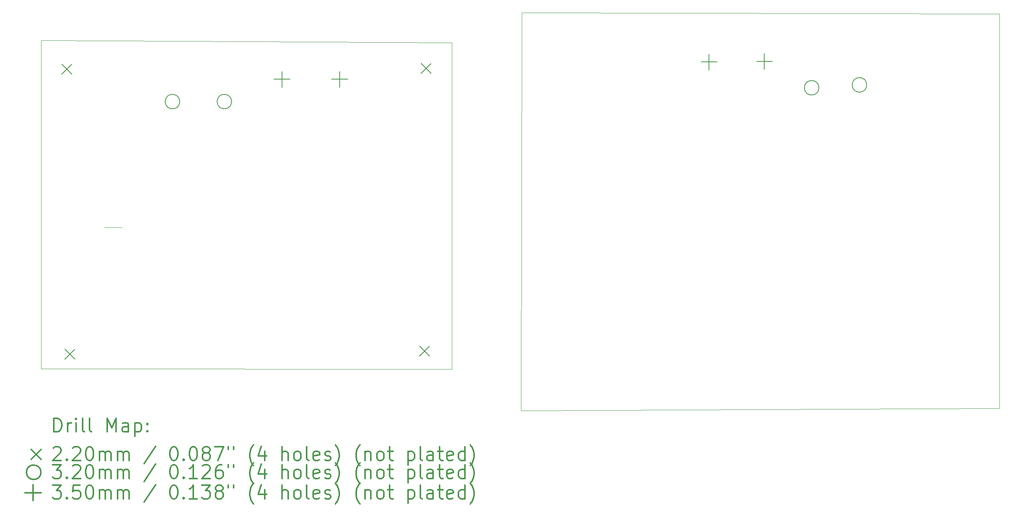
<source format=gbr>
%FSLAX45Y45*%
G04 Gerber Fmt 4.5, Leading zero omitted, Abs format (unit mm)*
G04 Created by KiCad (PCBNEW (5.1.6)-1) date 2020-07-12 13:25:55*
%MOMM*%
%LPD*%
G01*
G04 APERTURE LIST*
%TA.AperFunction,Profile*%
%ADD10C,0.050000*%
%TD*%
%ADD11C,0.200000*%
%ADD12C,0.300000*%
G04 APERTURE END LIST*
D10*
X23279100Y-2501900D02*
X12750800Y-2476500D01*
X23279100Y-11201400D02*
X23279100Y-2501900D01*
X12738100Y-11252200D02*
X23279100Y-11201400D01*
X12750800Y-2476500D02*
X12738100Y-11252200D01*
X11214100Y-3136900D02*
X2159000Y-3086100D01*
X11214100Y-10337800D02*
X11214100Y-3136900D01*
X2159000Y-10325100D02*
X11214100Y-10337800D01*
X2159000Y-3086100D02*
X2159000Y-10325100D01*
X3556000Y-7213600D02*
X3937000Y-7213600D01*
D11*
X2684000Y-9897600D02*
X2904000Y-10117600D01*
X2904000Y-9897600D02*
X2684000Y-10117600D01*
X2620500Y-3611100D02*
X2840500Y-3831100D01*
X2840500Y-3611100D02*
X2620500Y-3831100D01*
X10531330Y-3600940D02*
X10751330Y-3820940D01*
X10751330Y-3600940D02*
X10531330Y-3820940D01*
X10502120Y-9826480D02*
X10722120Y-10046480D01*
X10722120Y-9826480D02*
X10502120Y-10046480D01*
X19298900Y-4135100D02*
G75*
G03*
X19298900Y-4135100I-160000J0D01*
G01*
X6357600Y-4439900D02*
G75*
G03*
X6357600Y-4439900I-160000J0D01*
G01*
X5214600Y-4439900D02*
G75*
G03*
X5214600Y-4439900I-160000J0D01*
G01*
X20353000Y-4071600D02*
G75*
G03*
X20353000Y-4071600I-160000J0D01*
G01*
X16878300Y-3391400D02*
X16878300Y-3741400D01*
X16703300Y-3566400D02*
X17053300Y-3566400D01*
X8737600Y-3772400D02*
X8737600Y-4122400D01*
X8562600Y-3947400D02*
X8912600Y-3947400D01*
X7467600Y-3772400D02*
X7467600Y-4122400D01*
X7292600Y-3947400D02*
X7642600Y-3947400D01*
X18097500Y-3378700D02*
X18097500Y-3728700D01*
X17922500Y-3553700D02*
X18272500Y-3553700D01*
D12*
X2442928Y-11720414D02*
X2442928Y-11420414D01*
X2514357Y-11420414D01*
X2557214Y-11434700D01*
X2585786Y-11463271D01*
X2600071Y-11491843D01*
X2614357Y-11548986D01*
X2614357Y-11591843D01*
X2600071Y-11648986D01*
X2585786Y-11677557D01*
X2557214Y-11706129D01*
X2514357Y-11720414D01*
X2442928Y-11720414D01*
X2742928Y-11720414D02*
X2742928Y-11520414D01*
X2742928Y-11577557D02*
X2757214Y-11548986D01*
X2771500Y-11534700D01*
X2800071Y-11520414D01*
X2828643Y-11520414D01*
X2928643Y-11720414D02*
X2928643Y-11520414D01*
X2928643Y-11420414D02*
X2914357Y-11434700D01*
X2928643Y-11448986D01*
X2942928Y-11434700D01*
X2928643Y-11420414D01*
X2928643Y-11448986D01*
X3114357Y-11720414D02*
X3085786Y-11706129D01*
X3071500Y-11677557D01*
X3071500Y-11420414D01*
X3271500Y-11720414D02*
X3242928Y-11706129D01*
X3228643Y-11677557D01*
X3228643Y-11420414D01*
X3614357Y-11720414D02*
X3614357Y-11420414D01*
X3714357Y-11634700D01*
X3814357Y-11420414D01*
X3814357Y-11720414D01*
X4085786Y-11720414D02*
X4085786Y-11563271D01*
X4071500Y-11534700D01*
X4042928Y-11520414D01*
X3985786Y-11520414D01*
X3957214Y-11534700D01*
X4085786Y-11706129D02*
X4057214Y-11720414D01*
X3985786Y-11720414D01*
X3957214Y-11706129D01*
X3942928Y-11677557D01*
X3942928Y-11648986D01*
X3957214Y-11620414D01*
X3985786Y-11606129D01*
X4057214Y-11606129D01*
X4085786Y-11591843D01*
X4228643Y-11520414D02*
X4228643Y-11820414D01*
X4228643Y-11534700D02*
X4257214Y-11520414D01*
X4314357Y-11520414D01*
X4342928Y-11534700D01*
X4357214Y-11548986D01*
X4371500Y-11577557D01*
X4371500Y-11663271D01*
X4357214Y-11691843D01*
X4342928Y-11706129D01*
X4314357Y-11720414D01*
X4257214Y-11720414D01*
X4228643Y-11706129D01*
X4500071Y-11691843D02*
X4514357Y-11706129D01*
X4500071Y-11720414D01*
X4485786Y-11706129D01*
X4500071Y-11691843D01*
X4500071Y-11720414D01*
X4500071Y-11534700D02*
X4514357Y-11548986D01*
X4500071Y-11563271D01*
X4485786Y-11548986D01*
X4500071Y-11534700D01*
X4500071Y-11563271D01*
X1936500Y-12104700D02*
X2156500Y-12324700D01*
X2156500Y-12104700D02*
X1936500Y-12324700D01*
X2428643Y-12078986D02*
X2442928Y-12064700D01*
X2471500Y-12050414D01*
X2542928Y-12050414D01*
X2571500Y-12064700D01*
X2585786Y-12078986D01*
X2600071Y-12107557D01*
X2600071Y-12136129D01*
X2585786Y-12178986D01*
X2414357Y-12350414D01*
X2600071Y-12350414D01*
X2728643Y-12321843D02*
X2742928Y-12336129D01*
X2728643Y-12350414D01*
X2714357Y-12336129D01*
X2728643Y-12321843D01*
X2728643Y-12350414D01*
X2857214Y-12078986D02*
X2871500Y-12064700D01*
X2900071Y-12050414D01*
X2971500Y-12050414D01*
X3000071Y-12064700D01*
X3014357Y-12078986D01*
X3028643Y-12107557D01*
X3028643Y-12136129D01*
X3014357Y-12178986D01*
X2842928Y-12350414D01*
X3028643Y-12350414D01*
X3214357Y-12050414D02*
X3242928Y-12050414D01*
X3271500Y-12064700D01*
X3285786Y-12078986D01*
X3300071Y-12107557D01*
X3314357Y-12164700D01*
X3314357Y-12236129D01*
X3300071Y-12293271D01*
X3285786Y-12321843D01*
X3271500Y-12336129D01*
X3242928Y-12350414D01*
X3214357Y-12350414D01*
X3185786Y-12336129D01*
X3171500Y-12321843D01*
X3157214Y-12293271D01*
X3142928Y-12236129D01*
X3142928Y-12164700D01*
X3157214Y-12107557D01*
X3171500Y-12078986D01*
X3185786Y-12064700D01*
X3214357Y-12050414D01*
X3442928Y-12350414D02*
X3442928Y-12150414D01*
X3442928Y-12178986D02*
X3457214Y-12164700D01*
X3485786Y-12150414D01*
X3528643Y-12150414D01*
X3557214Y-12164700D01*
X3571500Y-12193271D01*
X3571500Y-12350414D01*
X3571500Y-12193271D02*
X3585786Y-12164700D01*
X3614357Y-12150414D01*
X3657214Y-12150414D01*
X3685786Y-12164700D01*
X3700071Y-12193271D01*
X3700071Y-12350414D01*
X3842928Y-12350414D02*
X3842928Y-12150414D01*
X3842928Y-12178986D02*
X3857214Y-12164700D01*
X3885786Y-12150414D01*
X3928643Y-12150414D01*
X3957214Y-12164700D01*
X3971500Y-12193271D01*
X3971500Y-12350414D01*
X3971500Y-12193271D02*
X3985786Y-12164700D01*
X4014357Y-12150414D01*
X4057214Y-12150414D01*
X4085786Y-12164700D01*
X4100071Y-12193271D01*
X4100071Y-12350414D01*
X4685786Y-12036129D02*
X4428643Y-12421843D01*
X5071500Y-12050414D02*
X5100071Y-12050414D01*
X5128643Y-12064700D01*
X5142928Y-12078986D01*
X5157214Y-12107557D01*
X5171500Y-12164700D01*
X5171500Y-12236129D01*
X5157214Y-12293271D01*
X5142928Y-12321843D01*
X5128643Y-12336129D01*
X5100071Y-12350414D01*
X5071500Y-12350414D01*
X5042928Y-12336129D01*
X5028643Y-12321843D01*
X5014357Y-12293271D01*
X5000071Y-12236129D01*
X5000071Y-12164700D01*
X5014357Y-12107557D01*
X5028643Y-12078986D01*
X5042928Y-12064700D01*
X5071500Y-12050414D01*
X5300071Y-12321843D02*
X5314357Y-12336129D01*
X5300071Y-12350414D01*
X5285786Y-12336129D01*
X5300071Y-12321843D01*
X5300071Y-12350414D01*
X5500071Y-12050414D02*
X5528643Y-12050414D01*
X5557214Y-12064700D01*
X5571500Y-12078986D01*
X5585786Y-12107557D01*
X5600071Y-12164700D01*
X5600071Y-12236129D01*
X5585786Y-12293271D01*
X5571500Y-12321843D01*
X5557214Y-12336129D01*
X5528643Y-12350414D01*
X5500071Y-12350414D01*
X5471500Y-12336129D01*
X5457214Y-12321843D01*
X5442928Y-12293271D01*
X5428643Y-12236129D01*
X5428643Y-12164700D01*
X5442928Y-12107557D01*
X5457214Y-12078986D01*
X5471500Y-12064700D01*
X5500071Y-12050414D01*
X5771500Y-12178986D02*
X5742928Y-12164700D01*
X5728643Y-12150414D01*
X5714357Y-12121843D01*
X5714357Y-12107557D01*
X5728643Y-12078986D01*
X5742928Y-12064700D01*
X5771500Y-12050414D01*
X5828643Y-12050414D01*
X5857214Y-12064700D01*
X5871500Y-12078986D01*
X5885786Y-12107557D01*
X5885786Y-12121843D01*
X5871500Y-12150414D01*
X5857214Y-12164700D01*
X5828643Y-12178986D01*
X5771500Y-12178986D01*
X5742928Y-12193271D01*
X5728643Y-12207557D01*
X5714357Y-12236129D01*
X5714357Y-12293271D01*
X5728643Y-12321843D01*
X5742928Y-12336129D01*
X5771500Y-12350414D01*
X5828643Y-12350414D01*
X5857214Y-12336129D01*
X5871500Y-12321843D01*
X5885786Y-12293271D01*
X5885786Y-12236129D01*
X5871500Y-12207557D01*
X5857214Y-12193271D01*
X5828643Y-12178986D01*
X5985786Y-12050414D02*
X6185786Y-12050414D01*
X6057214Y-12350414D01*
X6285786Y-12050414D02*
X6285786Y-12107557D01*
X6400071Y-12050414D02*
X6400071Y-12107557D01*
X6842928Y-12464700D02*
X6828643Y-12450414D01*
X6800071Y-12407557D01*
X6785786Y-12378986D01*
X6771500Y-12336129D01*
X6757214Y-12264700D01*
X6757214Y-12207557D01*
X6771500Y-12136129D01*
X6785786Y-12093271D01*
X6800071Y-12064700D01*
X6828643Y-12021843D01*
X6842928Y-12007557D01*
X7085786Y-12150414D02*
X7085786Y-12350414D01*
X7014357Y-12036129D02*
X6942928Y-12250414D01*
X7128643Y-12250414D01*
X7471500Y-12350414D02*
X7471500Y-12050414D01*
X7600071Y-12350414D02*
X7600071Y-12193271D01*
X7585786Y-12164700D01*
X7557214Y-12150414D01*
X7514357Y-12150414D01*
X7485786Y-12164700D01*
X7471500Y-12178986D01*
X7785786Y-12350414D02*
X7757214Y-12336129D01*
X7742928Y-12321843D01*
X7728643Y-12293271D01*
X7728643Y-12207557D01*
X7742928Y-12178986D01*
X7757214Y-12164700D01*
X7785786Y-12150414D01*
X7828643Y-12150414D01*
X7857214Y-12164700D01*
X7871500Y-12178986D01*
X7885786Y-12207557D01*
X7885786Y-12293271D01*
X7871500Y-12321843D01*
X7857214Y-12336129D01*
X7828643Y-12350414D01*
X7785786Y-12350414D01*
X8057214Y-12350414D02*
X8028643Y-12336129D01*
X8014357Y-12307557D01*
X8014357Y-12050414D01*
X8285786Y-12336129D02*
X8257214Y-12350414D01*
X8200071Y-12350414D01*
X8171500Y-12336129D01*
X8157214Y-12307557D01*
X8157214Y-12193271D01*
X8171500Y-12164700D01*
X8200071Y-12150414D01*
X8257214Y-12150414D01*
X8285786Y-12164700D01*
X8300071Y-12193271D01*
X8300071Y-12221843D01*
X8157214Y-12250414D01*
X8414357Y-12336129D02*
X8442928Y-12350414D01*
X8500071Y-12350414D01*
X8528643Y-12336129D01*
X8542928Y-12307557D01*
X8542928Y-12293271D01*
X8528643Y-12264700D01*
X8500071Y-12250414D01*
X8457214Y-12250414D01*
X8428643Y-12236129D01*
X8414357Y-12207557D01*
X8414357Y-12193271D01*
X8428643Y-12164700D01*
X8457214Y-12150414D01*
X8500071Y-12150414D01*
X8528643Y-12164700D01*
X8642928Y-12464700D02*
X8657214Y-12450414D01*
X8685786Y-12407557D01*
X8700071Y-12378986D01*
X8714357Y-12336129D01*
X8728643Y-12264700D01*
X8728643Y-12207557D01*
X8714357Y-12136129D01*
X8700071Y-12093271D01*
X8685786Y-12064700D01*
X8657214Y-12021843D01*
X8642928Y-12007557D01*
X9185786Y-12464700D02*
X9171500Y-12450414D01*
X9142928Y-12407557D01*
X9128643Y-12378986D01*
X9114357Y-12336129D01*
X9100071Y-12264700D01*
X9100071Y-12207557D01*
X9114357Y-12136129D01*
X9128643Y-12093271D01*
X9142928Y-12064700D01*
X9171500Y-12021843D01*
X9185786Y-12007557D01*
X9300071Y-12150414D02*
X9300071Y-12350414D01*
X9300071Y-12178986D02*
X9314357Y-12164700D01*
X9342928Y-12150414D01*
X9385786Y-12150414D01*
X9414357Y-12164700D01*
X9428643Y-12193271D01*
X9428643Y-12350414D01*
X9614357Y-12350414D02*
X9585786Y-12336129D01*
X9571500Y-12321843D01*
X9557214Y-12293271D01*
X9557214Y-12207557D01*
X9571500Y-12178986D01*
X9585786Y-12164700D01*
X9614357Y-12150414D01*
X9657214Y-12150414D01*
X9685786Y-12164700D01*
X9700071Y-12178986D01*
X9714357Y-12207557D01*
X9714357Y-12293271D01*
X9700071Y-12321843D01*
X9685786Y-12336129D01*
X9657214Y-12350414D01*
X9614357Y-12350414D01*
X9800071Y-12150414D02*
X9914357Y-12150414D01*
X9842928Y-12050414D02*
X9842928Y-12307557D01*
X9857214Y-12336129D01*
X9885786Y-12350414D01*
X9914357Y-12350414D01*
X10242928Y-12150414D02*
X10242928Y-12450414D01*
X10242928Y-12164700D02*
X10271500Y-12150414D01*
X10328643Y-12150414D01*
X10357214Y-12164700D01*
X10371500Y-12178986D01*
X10385786Y-12207557D01*
X10385786Y-12293271D01*
X10371500Y-12321843D01*
X10357214Y-12336129D01*
X10328643Y-12350414D01*
X10271500Y-12350414D01*
X10242928Y-12336129D01*
X10557214Y-12350414D02*
X10528643Y-12336129D01*
X10514357Y-12307557D01*
X10514357Y-12050414D01*
X10800071Y-12350414D02*
X10800071Y-12193271D01*
X10785786Y-12164700D01*
X10757214Y-12150414D01*
X10700071Y-12150414D01*
X10671500Y-12164700D01*
X10800071Y-12336129D02*
X10771500Y-12350414D01*
X10700071Y-12350414D01*
X10671500Y-12336129D01*
X10657214Y-12307557D01*
X10657214Y-12278986D01*
X10671500Y-12250414D01*
X10700071Y-12236129D01*
X10771500Y-12236129D01*
X10800071Y-12221843D01*
X10900071Y-12150414D02*
X11014357Y-12150414D01*
X10942928Y-12050414D02*
X10942928Y-12307557D01*
X10957214Y-12336129D01*
X10985786Y-12350414D01*
X11014357Y-12350414D01*
X11228643Y-12336129D02*
X11200071Y-12350414D01*
X11142928Y-12350414D01*
X11114357Y-12336129D01*
X11100071Y-12307557D01*
X11100071Y-12193271D01*
X11114357Y-12164700D01*
X11142928Y-12150414D01*
X11200071Y-12150414D01*
X11228643Y-12164700D01*
X11242928Y-12193271D01*
X11242928Y-12221843D01*
X11100071Y-12250414D01*
X11500071Y-12350414D02*
X11500071Y-12050414D01*
X11500071Y-12336129D02*
X11471500Y-12350414D01*
X11414357Y-12350414D01*
X11385786Y-12336129D01*
X11371500Y-12321843D01*
X11357214Y-12293271D01*
X11357214Y-12207557D01*
X11371500Y-12178986D01*
X11385786Y-12164700D01*
X11414357Y-12150414D01*
X11471500Y-12150414D01*
X11500071Y-12164700D01*
X11614357Y-12464700D02*
X11628643Y-12450414D01*
X11657214Y-12407557D01*
X11671500Y-12378986D01*
X11685786Y-12336129D01*
X11700071Y-12264700D01*
X11700071Y-12207557D01*
X11685786Y-12136129D01*
X11671500Y-12093271D01*
X11657214Y-12064700D01*
X11628643Y-12021843D01*
X11614357Y-12007557D01*
X2156500Y-12610700D02*
G75*
G03*
X2156500Y-12610700I-160000J0D01*
G01*
X2414357Y-12446414D02*
X2600071Y-12446414D01*
X2500071Y-12560700D01*
X2542928Y-12560700D01*
X2571500Y-12574986D01*
X2585786Y-12589271D01*
X2600071Y-12617843D01*
X2600071Y-12689271D01*
X2585786Y-12717843D01*
X2571500Y-12732129D01*
X2542928Y-12746414D01*
X2457214Y-12746414D01*
X2428643Y-12732129D01*
X2414357Y-12717843D01*
X2728643Y-12717843D02*
X2742928Y-12732129D01*
X2728643Y-12746414D01*
X2714357Y-12732129D01*
X2728643Y-12717843D01*
X2728643Y-12746414D01*
X2857214Y-12474986D02*
X2871500Y-12460700D01*
X2900071Y-12446414D01*
X2971500Y-12446414D01*
X3000071Y-12460700D01*
X3014357Y-12474986D01*
X3028643Y-12503557D01*
X3028643Y-12532129D01*
X3014357Y-12574986D01*
X2842928Y-12746414D01*
X3028643Y-12746414D01*
X3214357Y-12446414D02*
X3242928Y-12446414D01*
X3271500Y-12460700D01*
X3285786Y-12474986D01*
X3300071Y-12503557D01*
X3314357Y-12560700D01*
X3314357Y-12632129D01*
X3300071Y-12689271D01*
X3285786Y-12717843D01*
X3271500Y-12732129D01*
X3242928Y-12746414D01*
X3214357Y-12746414D01*
X3185786Y-12732129D01*
X3171500Y-12717843D01*
X3157214Y-12689271D01*
X3142928Y-12632129D01*
X3142928Y-12560700D01*
X3157214Y-12503557D01*
X3171500Y-12474986D01*
X3185786Y-12460700D01*
X3214357Y-12446414D01*
X3442928Y-12746414D02*
X3442928Y-12546414D01*
X3442928Y-12574986D02*
X3457214Y-12560700D01*
X3485786Y-12546414D01*
X3528643Y-12546414D01*
X3557214Y-12560700D01*
X3571500Y-12589271D01*
X3571500Y-12746414D01*
X3571500Y-12589271D02*
X3585786Y-12560700D01*
X3614357Y-12546414D01*
X3657214Y-12546414D01*
X3685786Y-12560700D01*
X3700071Y-12589271D01*
X3700071Y-12746414D01*
X3842928Y-12746414D02*
X3842928Y-12546414D01*
X3842928Y-12574986D02*
X3857214Y-12560700D01*
X3885786Y-12546414D01*
X3928643Y-12546414D01*
X3957214Y-12560700D01*
X3971500Y-12589271D01*
X3971500Y-12746414D01*
X3971500Y-12589271D02*
X3985786Y-12560700D01*
X4014357Y-12546414D01*
X4057214Y-12546414D01*
X4085786Y-12560700D01*
X4100071Y-12589271D01*
X4100071Y-12746414D01*
X4685786Y-12432129D02*
X4428643Y-12817843D01*
X5071500Y-12446414D02*
X5100071Y-12446414D01*
X5128643Y-12460700D01*
X5142928Y-12474986D01*
X5157214Y-12503557D01*
X5171500Y-12560700D01*
X5171500Y-12632129D01*
X5157214Y-12689271D01*
X5142928Y-12717843D01*
X5128643Y-12732129D01*
X5100071Y-12746414D01*
X5071500Y-12746414D01*
X5042928Y-12732129D01*
X5028643Y-12717843D01*
X5014357Y-12689271D01*
X5000071Y-12632129D01*
X5000071Y-12560700D01*
X5014357Y-12503557D01*
X5028643Y-12474986D01*
X5042928Y-12460700D01*
X5071500Y-12446414D01*
X5300071Y-12717843D02*
X5314357Y-12732129D01*
X5300071Y-12746414D01*
X5285786Y-12732129D01*
X5300071Y-12717843D01*
X5300071Y-12746414D01*
X5600071Y-12746414D02*
X5428643Y-12746414D01*
X5514357Y-12746414D02*
X5514357Y-12446414D01*
X5485786Y-12489271D01*
X5457214Y-12517843D01*
X5428643Y-12532129D01*
X5714357Y-12474986D02*
X5728643Y-12460700D01*
X5757214Y-12446414D01*
X5828643Y-12446414D01*
X5857214Y-12460700D01*
X5871500Y-12474986D01*
X5885786Y-12503557D01*
X5885786Y-12532129D01*
X5871500Y-12574986D01*
X5700071Y-12746414D01*
X5885786Y-12746414D01*
X6142928Y-12446414D02*
X6085786Y-12446414D01*
X6057214Y-12460700D01*
X6042928Y-12474986D01*
X6014357Y-12517843D01*
X6000071Y-12574986D01*
X6000071Y-12689271D01*
X6014357Y-12717843D01*
X6028643Y-12732129D01*
X6057214Y-12746414D01*
X6114357Y-12746414D01*
X6142928Y-12732129D01*
X6157214Y-12717843D01*
X6171500Y-12689271D01*
X6171500Y-12617843D01*
X6157214Y-12589271D01*
X6142928Y-12574986D01*
X6114357Y-12560700D01*
X6057214Y-12560700D01*
X6028643Y-12574986D01*
X6014357Y-12589271D01*
X6000071Y-12617843D01*
X6285786Y-12446414D02*
X6285786Y-12503557D01*
X6400071Y-12446414D02*
X6400071Y-12503557D01*
X6842928Y-12860700D02*
X6828643Y-12846414D01*
X6800071Y-12803557D01*
X6785786Y-12774986D01*
X6771500Y-12732129D01*
X6757214Y-12660700D01*
X6757214Y-12603557D01*
X6771500Y-12532129D01*
X6785786Y-12489271D01*
X6800071Y-12460700D01*
X6828643Y-12417843D01*
X6842928Y-12403557D01*
X7085786Y-12546414D02*
X7085786Y-12746414D01*
X7014357Y-12432129D02*
X6942928Y-12646414D01*
X7128643Y-12646414D01*
X7471500Y-12746414D02*
X7471500Y-12446414D01*
X7600071Y-12746414D02*
X7600071Y-12589271D01*
X7585786Y-12560700D01*
X7557214Y-12546414D01*
X7514357Y-12546414D01*
X7485786Y-12560700D01*
X7471500Y-12574986D01*
X7785786Y-12746414D02*
X7757214Y-12732129D01*
X7742928Y-12717843D01*
X7728643Y-12689271D01*
X7728643Y-12603557D01*
X7742928Y-12574986D01*
X7757214Y-12560700D01*
X7785786Y-12546414D01*
X7828643Y-12546414D01*
X7857214Y-12560700D01*
X7871500Y-12574986D01*
X7885786Y-12603557D01*
X7885786Y-12689271D01*
X7871500Y-12717843D01*
X7857214Y-12732129D01*
X7828643Y-12746414D01*
X7785786Y-12746414D01*
X8057214Y-12746414D02*
X8028643Y-12732129D01*
X8014357Y-12703557D01*
X8014357Y-12446414D01*
X8285786Y-12732129D02*
X8257214Y-12746414D01*
X8200071Y-12746414D01*
X8171500Y-12732129D01*
X8157214Y-12703557D01*
X8157214Y-12589271D01*
X8171500Y-12560700D01*
X8200071Y-12546414D01*
X8257214Y-12546414D01*
X8285786Y-12560700D01*
X8300071Y-12589271D01*
X8300071Y-12617843D01*
X8157214Y-12646414D01*
X8414357Y-12732129D02*
X8442928Y-12746414D01*
X8500071Y-12746414D01*
X8528643Y-12732129D01*
X8542928Y-12703557D01*
X8542928Y-12689271D01*
X8528643Y-12660700D01*
X8500071Y-12646414D01*
X8457214Y-12646414D01*
X8428643Y-12632129D01*
X8414357Y-12603557D01*
X8414357Y-12589271D01*
X8428643Y-12560700D01*
X8457214Y-12546414D01*
X8500071Y-12546414D01*
X8528643Y-12560700D01*
X8642928Y-12860700D02*
X8657214Y-12846414D01*
X8685786Y-12803557D01*
X8700071Y-12774986D01*
X8714357Y-12732129D01*
X8728643Y-12660700D01*
X8728643Y-12603557D01*
X8714357Y-12532129D01*
X8700071Y-12489271D01*
X8685786Y-12460700D01*
X8657214Y-12417843D01*
X8642928Y-12403557D01*
X9185786Y-12860700D02*
X9171500Y-12846414D01*
X9142928Y-12803557D01*
X9128643Y-12774986D01*
X9114357Y-12732129D01*
X9100071Y-12660700D01*
X9100071Y-12603557D01*
X9114357Y-12532129D01*
X9128643Y-12489271D01*
X9142928Y-12460700D01*
X9171500Y-12417843D01*
X9185786Y-12403557D01*
X9300071Y-12546414D02*
X9300071Y-12746414D01*
X9300071Y-12574986D02*
X9314357Y-12560700D01*
X9342928Y-12546414D01*
X9385786Y-12546414D01*
X9414357Y-12560700D01*
X9428643Y-12589271D01*
X9428643Y-12746414D01*
X9614357Y-12746414D02*
X9585786Y-12732129D01*
X9571500Y-12717843D01*
X9557214Y-12689271D01*
X9557214Y-12603557D01*
X9571500Y-12574986D01*
X9585786Y-12560700D01*
X9614357Y-12546414D01*
X9657214Y-12546414D01*
X9685786Y-12560700D01*
X9700071Y-12574986D01*
X9714357Y-12603557D01*
X9714357Y-12689271D01*
X9700071Y-12717843D01*
X9685786Y-12732129D01*
X9657214Y-12746414D01*
X9614357Y-12746414D01*
X9800071Y-12546414D02*
X9914357Y-12546414D01*
X9842928Y-12446414D02*
X9842928Y-12703557D01*
X9857214Y-12732129D01*
X9885786Y-12746414D01*
X9914357Y-12746414D01*
X10242928Y-12546414D02*
X10242928Y-12846414D01*
X10242928Y-12560700D02*
X10271500Y-12546414D01*
X10328643Y-12546414D01*
X10357214Y-12560700D01*
X10371500Y-12574986D01*
X10385786Y-12603557D01*
X10385786Y-12689271D01*
X10371500Y-12717843D01*
X10357214Y-12732129D01*
X10328643Y-12746414D01*
X10271500Y-12746414D01*
X10242928Y-12732129D01*
X10557214Y-12746414D02*
X10528643Y-12732129D01*
X10514357Y-12703557D01*
X10514357Y-12446414D01*
X10800071Y-12746414D02*
X10800071Y-12589271D01*
X10785786Y-12560700D01*
X10757214Y-12546414D01*
X10700071Y-12546414D01*
X10671500Y-12560700D01*
X10800071Y-12732129D02*
X10771500Y-12746414D01*
X10700071Y-12746414D01*
X10671500Y-12732129D01*
X10657214Y-12703557D01*
X10657214Y-12674986D01*
X10671500Y-12646414D01*
X10700071Y-12632129D01*
X10771500Y-12632129D01*
X10800071Y-12617843D01*
X10900071Y-12546414D02*
X11014357Y-12546414D01*
X10942928Y-12446414D02*
X10942928Y-12703557D01*
X10957214Y-12732129D01*
X10985786Y-12746414D01*
X11014357Y-12746414D01*
X11228643Y-12732129D02*
X11200071Y-12746414D01*
X11142928Y-12746414D01*
X11114357Y-12732129D01*
X11100071Y-12703557D01*
X11100071Y-12589271D01*
X11114357Y-12560700D01*
X11142928Y-12546414D01*
X11200071Y-12546414D01*
X11228643Y-12560700D01*
X11242928Y-12589271D01*
X11242928Y-12617843D01*
X11100071Y-12646414D01*
X11500071Y-12746414D02*
X11500071Y-12446414D01*
X11500071Y-12732129D02*
X11471500Y-12746414D01*
X11414357Y-12746414D01*
X11385786Y-12732129D01*
X11371500Y-12717843D01*
X11357214Y-12689271D01*
X11357214Y-12603557D01*
X11371500Y-12574986D01*
X11385786Y-12560700D01*
X11414357Y-12546414D01*
X11471500Y-12546414D01*
X11500071Y-12560700D01*
X11614357Y-12860700D02*
X11628643Y-12846414D01*
X11657214Y-12803557D01*
X11671500Y-12774986D01*
X11685786Y-12732129D01*
X11700071Y-12660700D01*
X11700071Y-12603557D01*
X11685786Y-12532129D01*
X11671500Y-12489271D01*
X11657214Y-12460700D01*
X11628643Y-12417843D01*
X11614357Y-12403557D01*
X1981500Y-12885700D02*
X1981500Y-13235700D01*
X1806500Y-13060700D02*
X2156500Y-13060700D01*
X2414357Y-12896414D02*
X2600071Y-12896414D01*
X2500071Y-13010700D01*
X2542928Y-13010700D01*
X2571500Y-13024986D01*
X2585786Y-13039271D01*
X2600071Y-13067843D01*
X2600071Y-13139271D01*
X2585786Y-13167843D01*
X2571500Y-13182129D01*
X2542928Y-13196414D01*
X2457214Y-13196414D01*
X2428643Y-13182129D01*
X2414357Y-13167843D01*
X2728643Y-13167843D02*
X2742928Y-13182129D01*
X2728643Y-13196414D01*
X2714357Y-13182129D01*
X2728643Y-13167843D01*
X2728643Y-13196414D01*
X3014357Y-12896414D02*
X2871500Y-12896414D01*
X2857214Y-13039271D01*
X2871500Y-13024986D01*
X2900071Y-13010700D01*
X2971500Y-13010700D01*
X3000071Y-13024986D01*
X3014357Y-13039271D01*
X3028643Y-13067843D01*
X3028643Y-13139271D01*
X3014357Y-13167843D01*
X3000071Y-13182129D01*
X2971500Y-13196414D01*
X2900071Y-13196414D01*
X2871500Y-13182129D01*
X2857214Y-13167843D01*
X3214357Y-12896414D02*
X3242928Y-12896414D01*
X3271500Y-12910700D01*
X3285786Y-12924986D01*
X3300071Y-12953557D01*
X3314357Y-13010700D01*
X3314357Y-13082129D01*
X3300071Y-13139271D01*
X3285786Y-13167843D01*
X3271500Y-13182129D01*
X3242928Y-13196414D01*
X3214357Y-13196414D01*
X3185786Y-13182129D01*
X3171500Y-13167843D01*
X3157214Y-13139271D01*
X3142928Y-13082129D01*
X3142928Y-13010700D01*
X3157214Y-12953557D01*
X3171500Y-12924986D01*
X3185786Y-12910700D01*
X3214357Y-12896414D01*
X3442928Y-13196414D02*
X3442928Y-12996414D01*
X3442928Y-13024986D02*
X3457214Y-13010700D01*
X3485786Y-12996414D01*
X3528643Y-12996414D01*
X3557214Y-13010700D01*
X3571500Y-13039271D01*
X3571500Y-13196414D01*
X3571500Y-13039271D02*
X3585786Y-13010700D01*
X3614357Y-12996414D01*
X3657214Y-12996414D01*
X3685786Y-13010700D01*
X3700071Y-13039271D01*
X3700071Y-13196414D01*
X3842928Y-13196414D02*
X3842928Y-12996414D01*
X3842928Y-13024986D02*
X3857214Y-13010700D01*
X3885786Y-12996414D01*
X3928643Y-12996414D01*
X3957214Y-13010700D01*
X3971500Y-13039271D01*
X3971500Y-13196414D01*
X3971500Y-13039271D02*
X3985786Y-13010700D01*
X4014357Y-12996414D01*
X4057214Y-12996414D01*
X4085786Y-13010700D01*
X4100071Y-13039271D01*
X4100071Y-13196414D01*
X4685786Y-12882129D02*
X4428643Y-13267843D01*
X5071500Y-12896414D02*
X5100071Y-12896414D01*
X5128643Y-12910700D01*
X5142928Y-12924986D01*
X5157214Y-12953557D01*
X5171500Y-13010700D01*
X5171500Y-13082129D01*
X5157214Y-13139271D01*
X5142928Y-13167843D01*
X5128643Y-13182129D01*
X5100071Y-13196414D01*
X5071500Y-13196414D01*
X5042928Y-13182129D01*
X5028643Y-13167843D01*
X5014357Y-13139271D01*
X5000071Y-13082129D01*
X5000071Y-13010700D01*
X5014357Y-12953557D01*
X5028643Y-12924986D01*
X5042928Y-12910700D01*
X5071500Y-12896414D01*
X5300071Y-13167843D02*
X5314357Y-13182129D01*
X5300071Y-13196414D01*
X5285786Y-13182129D01*
X5300071Y-13167843D01*
X5300071Y-13196414D01*
X5600071Y-13196414D02*
X5428643Y-13196414D01*
X5514357Y-13196414D02*
X5514357Y-12896414D01*
X5485786Y-12939271D01*
X5457214Y-12967843D01*
X5428643Y-12982129D01*
X5700071Y-12896414D02*
X5885786Y-12896414D01*
X5785786Y-13010700D01*
X5828643Y-13010700D01*
X5857214Y-13024986D01*
X5871500Y-13039271D01*
X5885786Y-13067843D01*
X5885786Y-13139271D01*
X5871500Y-13167843D01*
X5857214Y-13182129D01*
X5828643Y-13196414D01*
X5742928Y-13196414D01*
X5714357Y-13182129D01*
X5700071Y-13167843D01*
X6057214Y-13024986D02*
X6028643Y-13010700D01*
X6014357Y-12996414D01*
X6000071Y-12967843D01*
X6000071Y-12953557D01*
X6014357Y-12924986D01*
X6028643Y-12910700D01*
X6057214Y-12896414D01*
X6114357Y-12896414D01*
X6142928Y-12910700D01*
X6157214Y-12924986D01*
X6171500Y-12953557D01*
X6171500Y-12967843D01*
X6157214Y-12996414D01*
X6142928Y-13010700D01*
X6114357Y-13024986D01*
X6057214Y-13024986D01*
X6028643Y-13039271D01*
X6014357Y-13053557D01*
X6000071Y-13082129D01*
X6000071Y-13139271D01*
X6014357Y-13167843D01*
X6028643Y-13182129D01*
X6057214Y-13196414D01*
X6114357Y-13196414D01*
X6142928Y-13182129D01*
X6157214Y-13167843D01*
X6171500Y-13139271D01*
X6171500Y-13082129D01*
X6157214Y-13053557D01*
X6142928Y-13039271D01*
X6114357Y-13024986D01*
X6285786Y-12896414D02*
X6285786Y-12953557D01*
X6400071Y-12896414D02*
X6400071Y-12953557D01*
X6842928Y-13310700D02*
X6828643Y-13296414D01*
X6800071Y-13253557D01*
X6785786Y-13224986D01*
X6771500Y-13182129D01*
X6757214Y-13110700D01*
X6757214Y-13053557D01*
X6771500Y-12982129D01*
X6785786Y-12939271D01*
X6800071Y-12910700D01*
X6828643Y-12867843D01*
X6842928Y-12853557D01*
X7085786Y-12996414D02*
X7085786Y-13196414D01*
X7014357Y-12882129D02*
X6942928Y-13096414D01*
X7128643Y-13096414D01*
X7471500Y-13196414D02*
X7471500Y-12896414D01*
X7600071Y-13196414D02*
X7600071Y-13039271D01*
X7585786Y-13010700D01*
X7557214Y-12996414D01*
X7514357Y-12996414D01*
X7485786Y-13010700D01*
X7471500Y-13024986D01*
X7785786Y-13196414D02*
X7757214Y-13182129D01*
X7742928Y-13167843D01*
X7728643Y-13139271D01*
X7728643Y-13053557D01*
X7742928Y-13024986D01*
X7757214Y-13010700D01*
X7785786Y-12996414D01*
X7828643Y-12996414D01*
X7857214Y-13010700D01*
X7871500Y-13024986D01*
X7885786Y-13053557D01*
X7885786Y-13139271D01*
X7871500Y-13167843D01*
X7857214Y-13182129D01*
X7828643Y-13196414D01*
X7785786Y-13196414D01*
X8057214Y-13196414D02*
X8028643Y-13182129D01*
X8014357Y-13153557D01*
X8014357Y-12896414D01*
X8285786Y-13182129D02*
X8257214Y-13196414D01*
X8200071Y-13196414D01*
X8171500Y-13182129D01*
X8157214Y-13153557D01*
X8157214Y-13039271D01*
X8171500Y-13010700D01*
X8200071Y-12996414D01*
X8257214Y-12996414D01*
X8285786Y-13010700D01*
X8300071Y-13039271D01*
X8300071Y-13067843D01*
X8157214Y-13096414D01*
X8414357Y-13182129D02*
X8442928Y-13196414D01*
X8500071Y-13196414D01*
X8528643Y-13182129D01*
X8542928Y-13153557D01*
X8542928Y-13139271D01*
X8528643Y-13110700D01*
X8500071Y-13096414D01*
X8457214Y-13096414D01*
X8428643Y-13082129D01*
X8414357Y-13053557D01*
X8414357Y-13039271D01*
X8428643Y-13010700D01*
X8457214Y-12996414D01*
X8500071Y-12996414D01*
X8528643Y-13010700D01*
X8642928Y-13310700D02*
X8657214Y-13296414D01*
X8685786Y-13253557D01*
X8700071Y-13224986D01*
X8714357Y-13182129D01*
X8728643Y-13110700D01*
X8728643Y-13053557D01*
X8714357Y-12982129D01*
X8700071Y-12939271D01*
X8685786Y-12910700D01*
X8657214Y-12867843D01*
X8642928Y-12853557D01*
X9185786Y-13310700D02*
X9171500Y-13296414D01*
X9142928Y-13253557D01*
X9128643Y-13224986D01*
X9114357Y-13182129D01*
X9100071Y-13110700D01*
X9100071Y-13053557D01*
X9114357Y-12982129D01*
X9128643Y-12939271D01*
X9142928Y-12910700D01*
X9171500Y-12867843D01*
X9185786Y-12853557D01*
X9300071Y-12996414D02*
X9300071Y-13196414D01*
X9300071Y-13024986D02*
X9314357Y-13010700D01*
X9342928Y-12996414D01*
X9385786Y-12996414D01*
X9414357Y-13010700D01*
X9428643Y-13039271D01*
X9428643Y-13196414D01*
X9614357Y-13196414D02*
X9585786Y-13182129D01*
X9571500Y-13167843D01*
X9557214Y-13139271D01*
X9557214Y-13053557D01*
X9571500Y-13024986D01*
X9585786Y-13010700D01*
X9614357Y-12996414D01*
X9657214Y-12996414D01*
X9685786Y-13010700D01*
X9700071Y-13024986D01*
X9714357Y-13053557D01*
X9714357Y-13139271D01*
X9700071Y-13167843D01*
X9685786Y-13182129D01*
X9657214Y-13196414D01*
X9614357Y-13196414D01*
X9800071Y-12996414D02*
X9914357Y-12996414D01*
X9842928Y-12896414D02*
X9842928Y-13153557D01*
X9857214Y-13182129D01*
X9885786Y-13196414D01*
X9914357Y-13196414D01*
X10242928Y-12996414D02*
X10242928Y-13296414D01*
X10242928Y-13010700D02*
X10271500Y-12996414D01*
X10328643Y-12996414D01*
X10357214Y-13010700D01*
X10371500Y-13024986D01*
X10385786Y-13053557D01*
X10385786Y-13139271D01*
X10371500Y-13167843D01*
X10357214Y-13182129D01*
X10328643Y-13196414D01*
X10271500Y-13196414D01*
X10242928Y-13182129D01*
X10557214Y-13196414D02*
X10528643Y-13182129D01*
X10514357Y-13153557D01*
X10514357Y-12896414D01*
X10800071Y-13196414D02*
X10800071Y-13039271D01*
X10785786Y-13010700D01*
X10757214Y-12996414D01*
X10700071Y-12996414D01*
X10671500Y-13010700D01*
X10800071Y-13182129D02*
X10771500Y-13196414D01*
X10700071Y-13196414D01*
X10671500Y-13182129D01*
X10657214Y-13153557D01*
X10657214Y-13124986D01*
X10671500Y-13096414D01*
X10700071Y-13082129D01*
X10771500Y-13082129D01*
X10800071Y-13067843D01*
X10900071Y-12996414D02*
X11014357Y-12996414D01*
X10942928Y-12896414D02*
X10942928Y-13153557D01*
X10957214Y-13182129D01*
X10985786Y-13196414D01*
X11014357Y-13196414D01*
X11228643Y-13182129D02*
X11200071Y-13196414D01*
X11142928Y-13196414D01*
X11114357Y-13182129D01*
X11100071Y-13153557D01*
X11100071Y-13039271D01*
X11114357Y-13010700D01*
X11142928Y-12996414D01*
X11200071Y-12996414D01*
X11228643Y-13010700D01*
X11242928Y-13039271D01*
X11242928Y-13067843D01*
X11100071Y-13096414D01*
X11500071Y-13196414D02*
X11500071Y-12896414D01*
X11500071Y-13182129D02*
X11471500Y-13196414D01*
X11414357Y-13196414D01*
X11385786Y-13182129D01*
X11371500Y-13167843D01*
X11357214Y-13139271D01*
X11357214Y-13053557D01*
X11371500Y-13024986D01*
X11385786Y-13010700D01*
X11414357Y-12996414D01*
X11471500Y-12996414D01*
X11500071Y-13010700D01*
X11614357Y-13310700D02*
X11628643Y-13296414D01*
X11657214Y-13253557D01*
X11671500Y-13224986D01*
X11685786Y-13182129D01*
X11700071Y-13110700D01*
X11700071Y-13053557D01*
X11685786Y-12982129D01*
X11671500Y-12939271D01*
X11657214Y-12910700D01*
X11628643Y-12867843D01*
X11614357Y-12853557D01*
M02*

</source>
